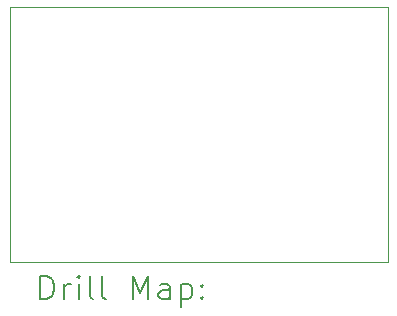
<source format=gbr>
%TF.GenerationSoftware,KiCad,Pcbnew,7.0.6*%
%TF.CreationDate,2024-04-01T13:07:54+03:00*%
%TF.ProjectId,SIM800 GPS Module,53494d38-3030-4204-9750-53204d6f6475,rev?*%
%TF.SameCoordinates,Original*%
%TF.FileFunction,Drillmap*%
%TF.FilePolarity,Positive*%
%FSLAX45Y45*%
G04 Gerber Fmt 4.5, Leading zero omitted, Abs format (unit mm)*
G04 Created by KiCad (PCBNEW 7.0.6) date 2024-04-01 13:07:54*
%MOMM*%
%LPD*%
G01*
G04 APERTURE LIST*
%ADD10C,0.050000*%
%ADD11C,0.200000*%
G04 APERTURE END LIST*
D10*
X12090400Y-7569200D02*
X15290800Y-7569200D01*
X15290800Y-9728200D01*
X12090400Y-9728200D01*
X12090400Y-7569200D01*
D11*
X12348677Y-10042184D02*
X12348677Y-9842184D01*
X12348677Y-9842184D02*
X12396296Y-9842184D01*
X12396296Y-9842184D02*
X12424867Y-9851708D01*
X12424867Y-9851708D02*
X12443915Y-9870755D01*
X12443915Y-9870755D02*
X12453439Y-9889803D01*
X12453439Y-9889803D02*
X12462962Y-9927898D01*
X12462962Y-9927898D02*
X12462962Y-9956470D01*
X12462962Y-9956470D02*
X12453439Y-9994565D01*
X12453439Y-9994565D02*
X12443915Y-10013612D01*
X12443915Y-10013612D02*
X12424867Y-10032660D01*
X12424867Y-10032660D02*
X12396296Y-10042184D01*
X12396296Y-10042184D02*
X12348677Y-10042184D01*
X12548677Y-10042184D02*
X12548677Y-9908850D01*
X12548677Y-9946946D02*
X12558201Y-9927898D01*
X12558201Y-9927898D02*
X12567724Y-9918374D01*
X12567724Y-9918374D02*
X12586772Y-9908850D01*
X12586772Y-9908850D02*
X12605820Y-9908850D01*
X12672486Y-10042184D02*
X12672486Y-9908850D01*
X12672486Y-9842184D02*
X12662962Y-9851708D01*
X12662962Y-9851708D02*
X12672486Y-9861231D01*
X12672486Y-9861231D02*
X12682010Y-9851708D01*
X12682010Y-9851708D02*
X12672486Y-9842184D01*
X12672486Y-9842184D02*
X12672486Y-9861231D01*
X12796296Y-10042184D02*
X12777248Y-10032660D01*
X12777248Y-10032660D02*
X12767724Y-10013612D01*
X12767724Y-10013612D02*
X12767724Y-9842184D01*
X12901058Y-10042184D02*
X12882010Y-10032660D01*
X12882010Y-10032660D02*
X12872486Y-10013612D01*
X12872486Y-10013612D02*
X12872486Y-9842184D01*
X13129629Y-10042184D02*
X13129629Y-9842184D01*
X13129629Y-9842184D02*
X13196296Y-9985041D01*
X13196296Y-9985041D02*
X13262962Y-9842184D01*
X13262962Y-9842184D02*
X13262962Y-10042184D01*
X13443915Y-10042184D02*
X13443915Y-9937422D01*
X13443915Y-9937422D02*
X13434391Y-9918374D01*
X13434391Y-9918374D02*
X13415343Y-9908850D01*
X13415343Y-9908850D02*
X13377248Y-9908850D01*
X13377248Y-9908850D02*
X13358201Y-9918374D01*
X13443915Y-10032660D02*
X13424867Y-10042184D01*
X13424867Y-10042184D02*
X13377248Y-10042184D01*
X13377248Y-10042184D02*
X13358201Y-10032660D01*
X13358201Y-10032660D02*
X13348677Y-10013612D01*
X13348677Y-10013612D02*
X13348677Y-9994565D01*
X13348677Y-9994565D02*
X13358201Y-9975517D01*
X13358201Y-9975517D02*
X13377248Y-9965993D01*
X13377248Y-9965993D02*
X13424867Y-9965993D01*
X13424867Y-9965993D02*
X13443915Y-9956470D01*
X13539153Y-9908850D02*
X13539153Y-10108850D01*
X13539153Y-9918374D02*
X13558201Y-9908850D01*
X13558201Y-9908850D02*
X13596296Y-9908850D01*
X13596296Y-9908850D02*
X13615343Y-9918374D01*
X13615343Y-9918374D02*
X13624867Y-9927898D01*
X13624867Y-9927898D02*
X13634391Y-9946946D01*
X13634391Y-9946946D02*
X13634391Y-10004089D01*
X13634391Y-10004089D02*
X13624867Y-10023136D01*
X13624867Y-10023136D02*
X13615343Y-10032660D01*
X13615343Y-10032660D02*
X13596296Y-10042184D01*
X13596296Y-10042184D02*
X13558201Y-10042184D01*
X13558201Y-10042184D02*
X13539153Y-10032660D01*
X13720105Y-10023136D02*
X13729629Y-10032660D01*
X13729629Y-10032660D02*
X13720105Y-10042184D01*
X13720105Y-10042184D02*
X13710582Y-10032660D01*
X13710582Y-10032660D02*
X13720105Y-10023136D01*
X13720105Y-10023136D02*
X13720105Y-10042184D01*
X13720105Y-9918374D02*
X13729629Y-9927898D01*
X13729629Y-9927898D02*
X13720105Y-9937422D01*
X13720105Y-9937422D02*
X13710582Y-9927898D01*
X13710582Y-9927898D02*
X13720105Y-9918374D01*
X13720105Y-9918374D02*
X13720105Y-9937422D01*
M02*

</source>
